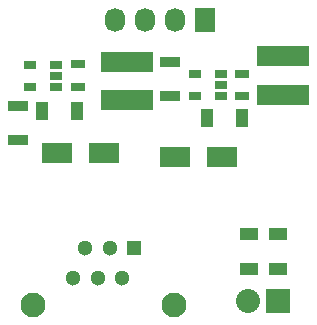
<source format=gts>
G04 #@! TF.FileFunction,Soldermask,Top*
%FSLAX46Y46*%
G04 Gerber Fmt 4.6, Leading zero omitted, Abs format (unit mm)*
G04 Created by KiCad (PCBNEW 4.0.2-stable) date 3/20/2016 1:28:05 PM*
%MOMM*%
G01*
G04 APERTURE LIST*
%ADD10C,0.100000*%
%ADD11C,1.300000*%
%ADD12R,1.300000X1.300000*%
%ADD13C,2.100000*%
%ADD14R,2.499360X1.800860*%
%ADD15R,1.060000X0.650000*%
%ADD16R,1.300000X0.700000*%
%ADD17R,1.700000X0.900000*%
%ADD18R,2.032000X2.032000*%
%ADD19O,2.032000X2.032000*%
%ADD20R,1.727200X2.032000*%
%ADD21O,1.727200X2.032000*%
%ADD22R,1.600000X1.000000*%
%ADD23R,1.000000X1.600000*%
%ADD24R,4.500000X1.750000*%
G04 APERTURE END LIST*
D10*
D11*
X149537000Y-83078500D03*
X147497000Y-83078500D03*
D12*
X151577000Y-83078500D03*
D11*
X146477000Y-85618500D03*
X148517000Y-85618500D03*
X150557000Y-85618500D03*
D13*
X155027000Y-87918500D03*
X143027000Y-87918500D03*
D14*
X145084020Y-75033000D03*
X149081980Y-75033000D03*
X155092020Y-75387000D03*
X159089980Y-75387000D03*
D15*
X145008000Y-69506000D03*
X145008000Y-68556000D03*
X145008000Y-67606000D03*
X142808000Y-67606000D03*
X142808000Y-69506000D03*
X158953000Y-70241000D03*
X158953000Y-69291000D03*
X158953000Y-68341000D03*
X156753000Y-68341000D03*
X156753000Y-70241000D03*
D16*
X146829000Y-67545000D03*
X146829000Y-69445000D03*
X160774000Y-68341000D03*
X160774000Y-70241000D03*
D17*
X141749000Y-71043000D03*
X141749000Y-73943000D03*
X154678000Y-67333000D03*
X154678000Y-70233000D03*
D18*
X163795000Y-87568000D03*
D19*
X161255000Y-87568000D03*
D20*
X157580000Y-63800000D03*
D21*
X155040000Y-63800000D03*
X152500000Y-63800000D03*
X149960000Y-63800000D03*
D22*
X161382000Y-81877000D03*
X161382000Y-84877000D03*
X163795000Y-81877000D03*
X163795000Y-84877000D03*
D23*
X143805000Y-71477000D03*
X146805000Y-71477000D03*
X157750000Y-72085000D03*
X160750000Y-72085000D03*
D24*
X151020000Y-67338000D03*
X151020000Y-70588000D03*
X164200000Y-66875000D03*
X164200000Y-70125000D03*
M02*

</source>
